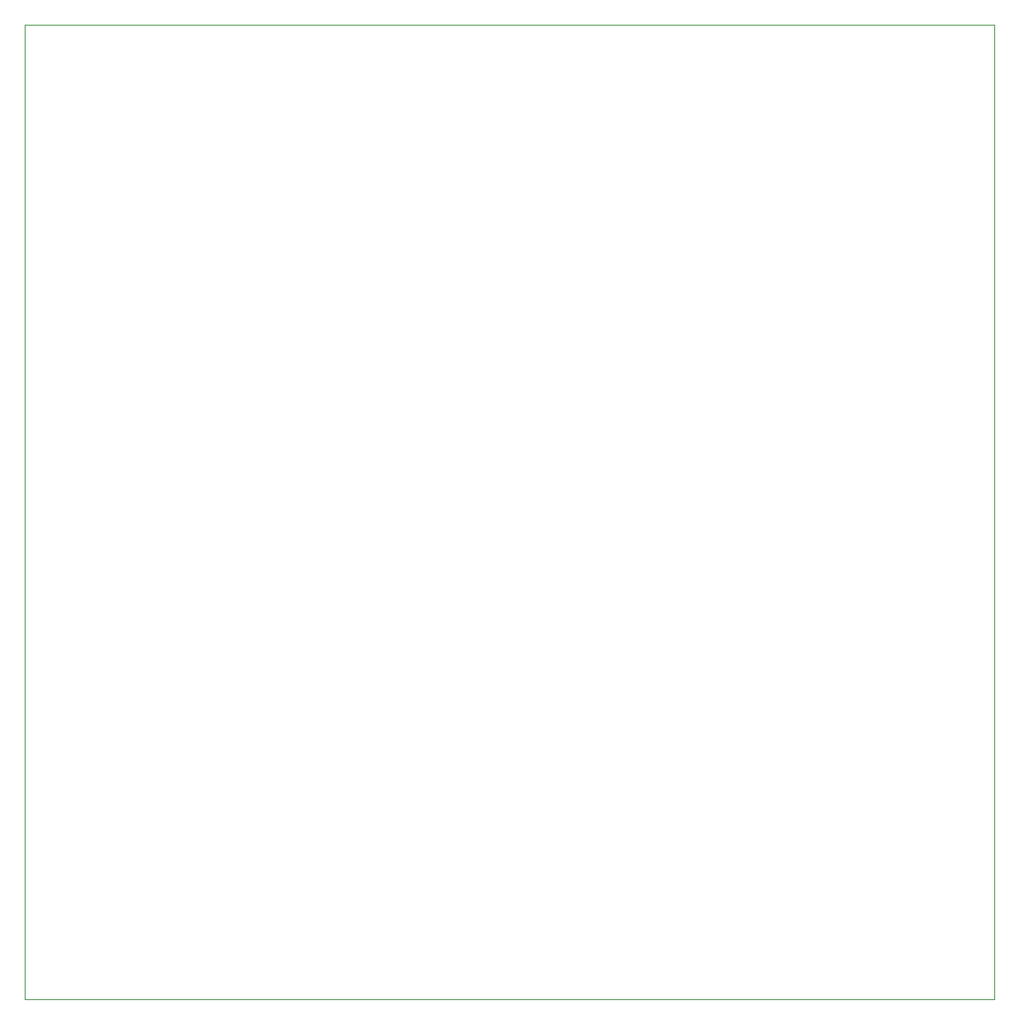
<source format=gm1>
G04 #@! TF.GenerationSoftware,KiCad,Pcbnew,(6.0.10-0)*
G04 #@! TF.CreationDate,2023-03-02T00:17:39-06:00*
G04 #@! TF.ProjectId,445_board,3434355f-626f-4617-9264-2e6b69636164,rev?*
G04 #@! TF.SameCoordinates,Original*
G04 #@! TF.FileFunction,Profile,NP*
%FSLAX46Y46*%
G04 Gerber Fmt 4.6, Leading zero omitted, Abs format (unit mm)*
G04 Created by KiCad (PCBNEW (6.0.10-0)) date 2023-03-02 00:17:39*
%MOMM*%
%LPD*%
G01*
G04 APERTURE LIST*
G04 #@! TA.AperFunction,Profile*
%ADD10C,0.100000*%
G04 #@! TD*
G04 APERTURE END LIST*
D10*
X103378000Y-52070000D02*
X202946000Y-52070000D01*
X202946000Y-52070000D02*
X202946000Y-152019000D01*
X202946000Y-152019000D02*
X103378000Y-152019000D01*
X103378000Y-152019000D02*
X103378000Y-52070000D01*
M02*

</source>
